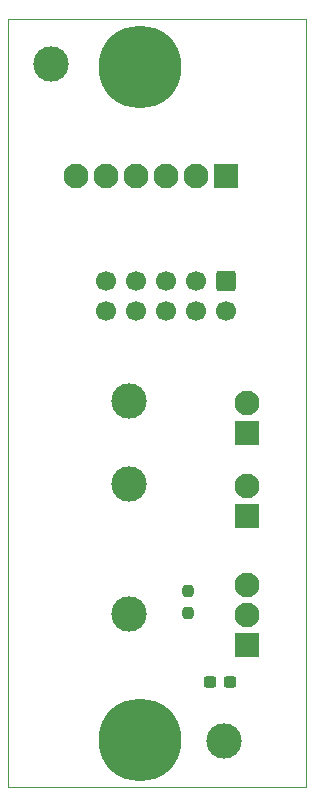
<source format=gts>
G04 #@! TF.GenerationSoftware,KiCad,Pcbnew,8.0.6*
G04 #@! TF.CreationDate,2025-12-26T07:29:08-05:00*
G04 #@! TF.ProjectId,heaterboard_1,68656174-6572-4626-9f61-72645f312e6b,3.0*
G04 #@! TF.SameCoordinates,Original*
G04 #@! TF.FileFunction,Soldermask,Top*
G04 #@! TF.FilePolarity,Negative*
%FSLAX46Y46*%
G04 Gerber Fmt 4.6, Leading zero omitted, Abs format (unit mm)*
G04 Created by KiCad (PCBNEW 8.0.6) date 2025-12-26 07:29:08*
%MOMM*%
%LPD*%
G01*
G04 APERTURE LIST*
G04 Aperture macros list*
%AMRoundRect*
0 Rectangle with rounded corners*
0 $1 Rounding radius*
0 $2 $3 $4 $5 $6 $7 $8 $9 X,Y pos of 4 corners*
0 Add a 4 corners polygon primitive as box body*
4,1,4,$2,$3,$4,$5,$6,$7,$8,$9,$2,$3,0*
0 Add four circle primitives for the rounded corners*
1,1,$1+$1,$2,$3*
1,1,$1+$1,$4,$5*
1,1,$1+$1,$6,$7*
1,1,$1+$1,$8,$9*
0 Add four rect primitives between the rounded corners*
20,1,$1+$1,$2,$3,$4,$5,0*
20,1,$1+$1,$4,$5,$6,$7,0*
20,1,$1+$1,$6,$7,$8,$9,0*
20,1,$1+$1,$8,$9,$2,$3,0*%
G04 Aperture macros list end*
%ADD10C,3.000000*%
%ADD11R,2.100000X2.100000*%
%ADD12C,2.100000*%
%ADD13RoundRect,0.237500X0.237500X-0.250000X0.237500X0.250000X-0.237500X0.250000X-0.237500X-0.250000X0*%
%ADD14RoundRect,0.250000X-0.600000X0.600000X-0.600000X-0.600000X0.600000X-0.600000X0.600000X0.600000X0*%
%ADD15C,1.700000*%
%ADD16C,0.800000*%
%ADD17C,7.000000*%
%ADD18RoundRect,0.237500X0.300000X0.237500X-0.300000X0.237500X-0.300000X-0.237500X0.300000X-0.237500X0*%
G04 #@! TA.AperFunction,Profile*
%ADD19C,0.100000*%
G04 #@! TD*
G04 APERTURE END LIST*
D10*
X143050000Y-124329714D03*
X151050000Y-146129714D03*
D11*
X151250000Y-98250000D03*
D12*
X148710000Y-98250000D03*
X146170000Y-98250000D03*
X143630000Y-98250000D03*
X141090000Y-98250000D03*
X138550000Y-98250000D03*
D13*
X148050000Y-135242214D03*
X148050000Y-133417214D03*
D10*
X143050000Y-117329714D03*
D14*
X151250000Y-107125000D03*
D15*
X151250000Y-109665000D03*
X148710000Y-107125000D03*
X148710000Y-109665000D03*
X146170000Y-107125000D03*
X146170000Y-109665000D03*
X143630000Y-107125000D03*
X143630000Y-109665000D03*
X141090000Y-107125000D03*
X141090000Y-109665000D03*
D10*
X143050000Y-135329714D03*
X136450000Y-88729714D03*
D11*
X153000000Y-138000000D03*
D12*
X153000000Y-135460000D03*
X153000000Y-132920000D03*
D11*
X153000000Y-120000000D03*
D12*
X153000000Y-117460000D03*
D16*
X141375000Y-146000000D03*
X142143845Y-144143845D03*
X142143845Y-147856155D03*
X144000000Y-143375000D03*
D17*
X144000000Y-146000000D03*
D16*
X144000000Y-148625000D03*
X145856155Y-144143845D03*
X145856155Y-147856155D03*
X146625000Y-146000000D03*
X141375000Y-89000000D03*
X142143845Y-87143845D03*
X142143845Y-90856155D03*
X144000000Y-86375000D03*
D17*
X144000000Y-89000000D03*
D16*
X144000000Y-91625000D03*
X145856155Y-87143845D03*
X145856155Y-90856155D03*
X146625000Y-89000000D03*
D18*
X151612500Y-141129714D03*
X149887500Y-141129714D03*
D11*
X153000000Y-127000000D03*
D12*
X153000000Y-124460000D03*
D19*
X132800000Y-150000000D02*
X158000000Y-150000000D01*
X158000000Y-85000000D02*
X132800000Y-85000000D01*
X132800000Y-85000000D02*
X132800000Y-150000000D01*
X158000000Y-150000000D02*
X158000000Y-85000000D01*
M02*

</source>
